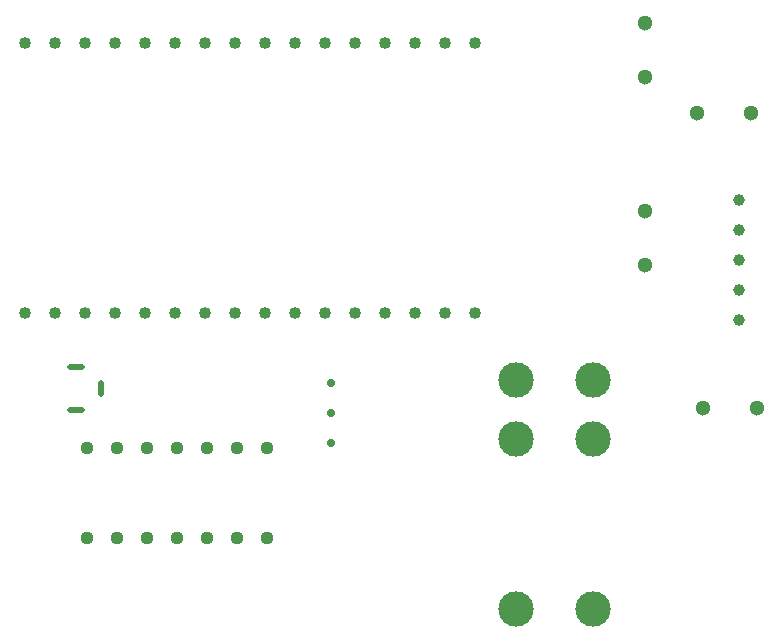
<source format=gbr>
%TF.GenerationSoftware,KiCad,Pcbnew,9.0.6*%
%TF.CreationDate,2025-12-02T12:47:50-05:00*%
%TF.ProjectId,ControlBoard,436f6e74-726f-46c4-926f-6172642e6b69,rev?*%
%TF.SameCoordinates,Original*%
%TF.FileFunction,Plated,1,2,PTH,Mixed*%
%TF.FilePolarity,Positive*%
%FSLAX46Y46*%
G04 Gerber Fmt 4.6, Leading zero omitted, Abs format (unit mm)*
G04 Created by KiCad (PCBNEW 9.0.6) date 2025-12-02 12:47:50*
%MOMM*%
%LPD*%
G01*
G04 APERTURE LIST*
G04 aperture for slot hole*
%TA.AperFunction,ComponentDrill*%
%ADD10C,0.500000*%
%TD*%
%TA.AperFunction,ComponentDrill*%
%ADD11C,0.710000*%
%TD*%
%TA.AperFunction,ComponentDrill*%
%ADD12C,1.000000*%
%TD*%
%TA.AperFunction,ComponentDrill*%
%ADD13C,1.016000*%
%TD*%
%TA.AperFunction,ComponentDrill*%
%ADD14C,1.117600*%
%TD*%
%TA.AperFunction,ComponentDrill*%
%ADD15C,1.300000*%
%TD*%
%TA.AperFunction,ComponentDrill*%
%ADD16C,3.000000*%
%TD*%
G04 APERTURE END LIST*
D10*
%TO.C,J4*%
X118080000Y-106790000D02*
X119080000Y-106790000D01*
X118080000Y-110390000D02*
X119080000Y-110390000D01*
X120680000Y-109090000D02*
X120680000Y-108090000D01*
D11*
%TO.C,RV1*%
X140125000Y-108080000D03*
X140125000Y-110620000D03*
X140125000Y-113160000D03*
D12*
%TO.C,J3*%
X174720000Y-92660000D03*
X174720000Y-95200000D03*
X174720000Y-97740000D03*
X174720000Y-100280000D03*
X174720000Y-102820000D03*
D13*
%TO.C,U3*%
X114200000Y-79325000D03*
X114200000Y-102185000D03*
X116740000Y-79325000D03*
X116740000Y-102185000D03*
X119280000Y-79325000D03*
X119280000Y-102185000D03*
X121820000Y-79325000D03*
X121820000Y-102185000D03*
X124360000Y-79325000D03*
X124360000Y-102185000D03*
X126900000Y-79325000D03*
X126900000Y-102185000D03*
X129440000Y-79325000D03*
X129440000Y-102185000D03*
X131980000Y-79325000D03*
X131980000Y-102185000D03*
X134520000Y-79325000D03*
X134520000Y-102185000D03*
X137060000Y-79325000D03*
X137060000Y-102185000D03*
X139600000Y-79325000D03*
X139600000Y-102185000D03*
X142140000Y-79325000D03*
X142140000Y-102185000D03*
X144680000Y-79325000D03*
X144680000Y-102185000D03*
X147220000Y-79325000D03*
X147220000Y-102185000D03*
X149760000Y-79325000D03*
X149760000Y-102185000D03*
X152300000Y-79325000D03*
X152300000Y-102185000D03*
D14*
%TO.C,U1*%
X119475000Y-113615000D03*
X119475000Y-121235000D03*
X122015000Y-113615000D03*
X122015000Y-121235000D03*
X124555000Y-113615000D03*
X124555000Y-121235000D03*
X127095000Y-113615000D03*
X127095000Y-121235000D03*
X129635000Y-113615000D03*
X129635000Y-121235000D03*
X132175000Y-113615000D03*
X132175000Y-121235000D03*
X134715000Y-113615000D03*
X134715000Y-121235000D03*
D15*
%TO.C,U2*%
X166730000Y-77620000D03*
X166730000Y-82220000D03*
X166730000Y-93520000D03*
X166730000Y-98120000D03*
%TO.C,J3*%
X171120000Y-85240000D03*
X171620000Y-110240000D03*
X175720000Y-85240000D03*
X176220000Y-110240000D03*
D16*
%TO.C,B1*%
X155830000Y-107860000D03*
X155830000Y-112860000D03*
%TO.C,J1*%
X155830000Y-127255000D03*
%TO.C,B1*%
X162330000Y-107860000D03*
X162330000Y-112860000D03*
%TO.C,J1*%
X162330000Y-127255000D03*
M02*

</source>
